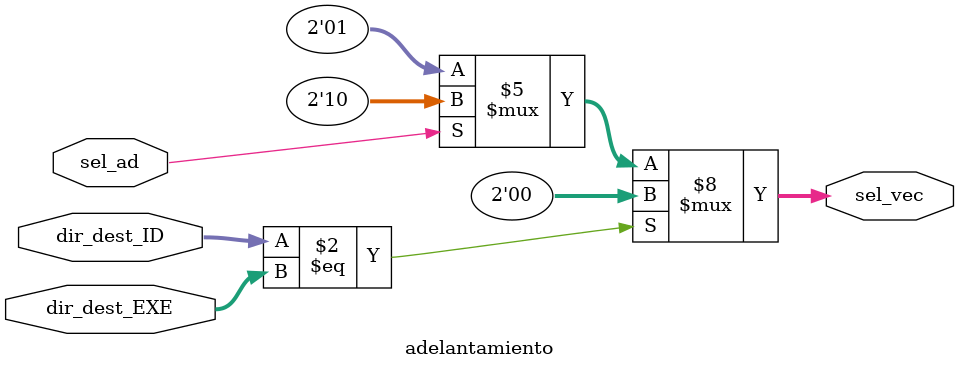
<source format=v>
module adelantamiento (
		dir_dest_ID,
		dir_dest_EXE,
		sel_ad,
		sel_vec
);

input wire [2:0] dir_dest_ID,dir_dest_EXE;
input wire sel_ad;

output reg [1:0] sel_vec;


always@*
begin
	if(dir_dest_ID==dir_dest_EXE)
		begin
		sel_vec<=2'b00;
		end
	else
		begin
			if(sel_ad==0)
			begin
				sel_vec<=2'b01;
			end
			else
			begin
				sel_vec<=2'b10;
			end
		end
end

endmodule 
</source>
